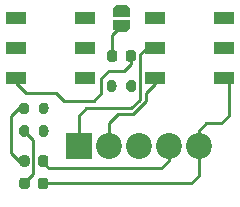
<source format=gbr>
%TF.GenerationSoftware,KiCad,Pcbnew,(5.1.10-1-10_14)*%
%TF.CreationDate,2022-04-02T19:32:47-06:00*%
%TF.ProjectId,RPiG3iMacJ20,52506947-3369-44d6-9163-4a32302e6b69,rev?*%
%TF.SameCoordinates,Original*%
%TF.FileFunction,Copper,L1,Top*%
%TF.FilePolarity,Positive*%
%FSLAX46Y46*%
G04 Gerber Fmt 4.6, Leading zero omitted, Abs format (unit mm)*
G04 Created by KiCad (PCBNEW (5.1.10-1-10_14)) date 2022-04-02 19:32:47*
%MOMM*%
%LPD*%
G01*
G04 APERTURE LIST*
%TA.AperFunction,ComponentPad*%
%ADD10R,2.200000X2.200000*%
%TD*%
%TA.AperFunction,ComponentPad*%
%ADD11C,2.200000*%
%TD*%
%TA.AperFunction,SMDPad,CuDef*%
%ADD12C,0.100000*%
%TD*%
%TA.AperFunction,SMDPad,CuDef*%
%ADD13R,1.780000X1.020000*%
%TD*%
%TA.AperFunction,ViaPad*%
%ADD14C,0.800000*%
%TD*%
%TA.AperFunction,Conductor*%
%ADD15C,0.250000*%
%TD*%
G04 APERTURE END LIST*
%TO.P,D1,1*%
%TO.N,Net-(D1-Pad1)*%
%TA.AperFunction,SMDPad,CuDef*%
G36*
G01*
X128750000Y-88521250D02*
X128750000Y-88008750D01*
G75*
G02*
X128968750Y-87790000I218750J0D01*
G01*
X129406250Y-87790000D01*
G75*
G02*
X129625000Y-88008750I0J-218750D01*
G01*
X129625000Y-88521250D01*
G75*
G02*
X129406250Y-88740000I-218750J0D01*
G01*
X128968750Y-88740000D01*
G75*
G02*
X128750000Y-88521250I0J218750D01*
G01*
G37*
%TD.AperFunction*%
%TO.P,D1,2*%
%TO.N,+5V*%
%TA.AperFunction,SMDPad,CuDef*%
G36*
G01*
X130325000Y-88521250D02*
X130325000Y-88008750D01*
G75*
G02*
X130543750Y-87790000I218750J0D01*
G01*
X130981250Y-87790000D01*
G75*
G02*
X131200000Y-88008750I0J-218750D01*
G01*
X131200000Y-88521250D01*
G75*
G02*
X130981250Y-88740000I-218750J0D01*
G01*
X130543750Y-88740000D01*
G75*
G02*
X130325000Y-88521250I0J218750D01*
G01*
G37*
%TD.AperFunction*%
%TD*%
D10*
%TO.P,J3,1*%
%TO.N,Net-(J2-Pad3)*%
X126365000Y-95885000D03*
D11*
%TO.P,J3,2*%
%TO.N,Net-(J2-Pad5)*%
X128905000Y-95885000D03*
%TO.P,J3,3*%
%TO.N,GND*%
X131445000Y-95885000D03*
%TO.P,J3,4*%
%TO.N,Net-(D2-Pad2)*%
X133985000Y-95885000D03*
%TO.P,J3,5*%
%TO.N,Net-(D3-Pad2)*%
X136525000Y-95885000D03*
%TD*%
%TO.P,D2,2*%
%TO.N,Net-(D2-Pad2)*%
%TA.AperFunction,SMDPad,CuDef*%
G36*
G01*
X122905000Y-97411250D02*
X122905000Y-96898750D01*
G75*
G02*
X123123750Y-96680000I218750J0D01*
G01*
X123561250Y-96680000D01*
G75*
G02*
X123780000Y-96898750I0J-218750D01*
G01*
X123780000Y-97411250D01*
G75*
G02*
X123561250Y-97630000I-218750J0D01*
G01*
X123123750Y-97630000D01*
G75*
G02*
X122905000Y-97411250I0J218750D01*
G01*
G37*
%TD.AperFunction*%
%TO.P,D2,1*%
%TO.N,Net-(D2-Pad1)*%
%TA.AperFunction,SMDPad,CuDef*%
G36*
G01*
X121330000Y-97411250D02*
X121330000Y-96898750D01*
G75*
G02*
X121548750Y-96680000I218750J0D01*
G01*
X121986250Y-96680000D01*
G75*
G02*
X122205000Y-96898750I0J-218750D01*
G01*
X122205000Y-97411250D01*
G75*
G02*
X121986250Y-97630000I-218750J0D01*
G01*
X121548750Y-97630000D01*
G75*
G02*
X121330000Y-97411250I0J218750D01*
G01*
G37*
%TD.AperFunction*%
%TD*%
%TO.P,D3,1*%
%TO.N,Net-(D3-Pad1)*%
%TA.AperFunction,SMDPad,CuDef*%
G36*
G01*
X121330000Y-99316250D02*
X121330000Y-98803750D01*
G75*
G02*
X121548750Y-98585000I218750J0D01*
G01*
X121986250Y-98585000D01*
G75*
G02*
X122205000Y-98803750I0J-218750D01*
G01*
X122205000Y-99316250D01*
G75*
G02*
X121986250Y-99535000I-218750J0D01*
G01*
X121548750Y-99535000D01*
G75*
G02*
X121330000Y-99316250I0J218750D01*
G01*
G37*
%TD.AperFunction*%
%TO.P,D3,2*%
%TO.N,Net-(D3-Pad2)*%
%TA.AperFunction,SMDPad,CuDef*%
G36*
G01*
X122905000Y-99316250D02*
X122905000Y-98803750D01*
G75*
G02*
X123123750Y-98585000I218750J0D01*
G01*
X123561250Y-98585000D01*
G75*
G02*
X123780000Y-98803750I0J-218750D01*
G01*
X123780000Y-99316250D01*
G75*
G02*
X123561250Y-99535000I-218750J0D01*
G01*
X123123750Y-99535000D01*
G75*
G02*
X122905000Y-99316250I0J218750D01*
G01*
G37*
%TD.AperFunction*%
%TD*%
%TO.P,R1,1*%
%TO.N,Net-(JP1-Pad2)*%
%TA.AperFunction,SMDPad,CuDef*%
G36*
G01*
X128750000Y-91080000D02*
X128750000Y-90530000D01*
G75*
G02*
X128950000Y-90330000I200000J0D01*
G01*
X129350000Y-90330000D01*
G75*
G02*
X129550000Y-90530000I0J-200000D01*
G01*
X129550000Y-91080000D01*
G75*
G02*
X129350000Y-91280000I-200000J0D01*
G01*
X128950000Y-91280000D01*
G75*
G02*
X128750000Y-91080000I0J200000D01*
G01*
G37*
%TD.AperFunction*%
%TO.P,R1,2*%
%TO.N,GND*%
%TA.AperFunction,SMDPad,CuDef*%
G36*
G01*
X130400000Y-91080000D02*
X130400000Y-90530000D01*
G75*
G02*
X130600000Y-90330000I200000J0D01*
G01*
X131000000Y-90330000D01*
G75*
G02*
X131200000Y-90530000I0J-200000D01*
G01*
X131200000Y-91080000D01*
G75*
G02*
X131000000Y-91280000I-200000J0D01*
G01*
X130600000Y-91280000D01*
G75*
G02*
X130400000Y-91080000I0J200000D01*
G01*
G37*
%TD.AperFunction*%
%TD*%
%TO.P,R2,2*%
%TO.N,GND*%
%TA.AperFunction,SMDPad,CuDef*%
G36*
G01*
X122980000Y-92985000D02*
X122980000Y-92435000D01*
G75*
G02*
X123180000Y-92235000I200000J0D01*
G01*
X123580000Y-92235000D01*
G75*
G02*
X123780000Y-92435000I0J-200000D01*
G01*
X123780000Y-92985000D01*
G75*
G02*
X123580000Y-93185000I-200000J0D01*
G01*
X123180000Y-93185000D01*
G75*
G02*
X122980000Y-92985000I0J200000D01*
G01*
G37*
%TD.AperFunction*%
%TO.P,R2,1*%
%TO.N,Net-(D2-Pad1)*%
%TA.AperFunction,SMDPad,CuDef*%
G36*
G01*
X121330000Y-92985000D02*
X121330000Y-92435000D01*
G75*
G02*
X121530000Y-92235000I200000J0D01*
G01*
X121930000Y-92235000D01*
G75*
G02*
X122130000Y-92435000I0J-200000D01*
G01*
X122130000Y-92985000D01*
G75*
G02*
X121930000Y-93185000I-200000J0D01*
G01*
X121530000Y-93185000D01*
G75*
G02*
X121330000Y-92985000I0J200000D01*
G01*
G37*
%TD.AperFunction*%
%TD*%
%TO.P,R3,1*%
%TO.N,Net-(D3-Pad1)*%
%TA.AperFunction,SMDPad,CuDef*%
G36*
G01*
X121330000Y-94890000D02*
X121330000Y-94340000D01*
G75*
G02*
X121530000Y-94140000I200000J0D01*
G01*
X121930000Y-94140000D01*
G75*
G02*
X122130000Y-94340000I0J-200000D01*
G01*
X122130000Y-94890000D01*
G75*
G02*
X121930000Y-95090000I-200000J0D01*
G01*
X121530000Y-95090000D01*
G75*
G02*
X121330000Y-94890000I0J200000D01*
G01*
G37*
%TD.AperFunction*%
%TO.P,R3,2*%
%TO.N,GND*%
%TA.AperFunction,SMDPad,CuDef*%
G36*
G01*
X122980000Y-94890000D02*
X122980000Y-94340000D01*
G75*
G02*
X123180000Y-94140000I200000J0D01*
G01*
X123580000Y-94140000D01*
G75*
G02*
X123780000Y-94340000I0J-200000D01*
G01*
X123780000Y-94890000D01*
G75*
G02*
X123580000Y-95090000I-200000J0D01*
G01*
X123180000Y-95090000D01*
G75*
G02*
X122980000Y-94890000I0J200000D01*
G01*
G37*
%TD.AperFunction*%
%TD*%
%TA.AperFunction,SMDPad,CuDef*%
D12*
%TO.P,JP1,1*%
%TO.N,Net-(D1-Pad1)*%
G36*
X130725000Y-85240000D02*
G01*
X130725000Y-85740000D01*
X130724398Y-85740000D01*
X130724398Y-85764534D01*
X130719588Y-85813365D01*
X130710016Y-85861490D01*
X130695772Y-85908445D01*
X130676995Y-85953778D01*
X130653864Y-85997051D01*
X130626604Y-86037850D01*
X130595476Y-86075779D01*
X130560779Y-86110476D01*
X130522850Y-86141604D01*
X130482051Y-86168864D01*
X130438778Y-86191995D01*
X130393445Y-86210772D01*
X130346490Y-86225016D01*
X130298365Y-86234588D01*
X130249534Y-86239398D01*
X130225000Y-86239398D01*
X130225000Y-86240000D01*
X129725000Y-86240000D01*
X129725000Y-86239398D01*
X129700466Y-86239398D01*
X129651635Y-86234588D01*
X129603510Y-86225016D01*
X129556555Y-86210772D01*
X129511222Y-86191995D01*
X129467949Y-86168864D01*
X129427150Y-86141604D01*
X129389221Y-86110476D01*
X129354524Y-86075779D01*
X129323396Y-86037850D01*
X129296136Y-85997051D01*
X129273005Y-85953778D01*
X129254228Y-85908445D01*
X129239984Y-85861490D01*
X129230412Y-85813365D01*
X129225602Y-85764534D01*
X129225602Y-85740000D01*
X129225000Y-85740000D01*
X129225000Y-85240000D01*
X130725000Y-85240000D01*
G37*
%TD.AperFunction*%
%TA.AperFunction,SMDPad,CuDef*%
%TO.P,JP1,2*%
%TO.N,Net-(JP1-Pad2)*%
G36*
X129225602Y-84440000D02*
G01*
X129225602Y-84415466D01*
X129230412Y-84366635D01*
X129239984Y-84318510D01*
X129254228Y-84271555D01*
X129273005Y-84226222D01*
X129296136Y-84182949D01*
X129323396Y-84142150D01*
X129354524Y-84104221D01*
X129389221Y-84069524D01*
X129427150Y-84038396D01*
X129467949Y-84011136D01*
X129511222Y-83988005D01*
X129556555Y-83969228D01*
X129603510Y-83954984D01*
X129651635Y-83945412D01*
X129700466Y-83940602D01*
X129725000Y-83940602D01*
X129725000Y-83940000D01*
X130225000Y-83940000D01*
X130225000Y-83940602D01*
X130249534Y-83940602D01*
X130298365Y-83945412D01*
X130346490Y-83954984D01*
X130393445Y-83969228D01*
X130438778Y-83988005D01*
X130482051Y-84011136D01*
X130522850Y-84038396D01*
X130560779Y-84069524D01*
X130595476Y-84104221D01*
X130626604Y-84142150D01*
X130653864Y-84182949D01*
X130676995Y-84226222D01*
X130695772Y-84271555D01*
X130710016Y-84318510D01*
X130719588Y-84366635D01*
X130724398Y-84415466D01*
X130724398Y-84440000D01*
X130725000Y-84440000D01*
X130725000Y-84940000D01*
X129225000Y-84940000D01*
X129225000Y-84440000D01*
X129225602Y-84440000D01*
G37*
%TD.AperFunction*%
%TD*%
D13*
%TO.P,J1,1*%
%TO.N,GND*%
X121070000Y-85090000D03*
%TO.P,J1,3*%
%TO.N,Net-(J1-Pad3)*%
X121070000Y-87630000D03*
%TO.P,J1,5*%
%TO.N,+5V*%
X121070000Y-90170000D03*
%TO.P,J1,2*%
%TO.N,Net-(J1-Pad2)*%
X126890000Y-85090000D03*
%TO.P,J1,4*%
%TO.N,Net-(J1-Pad4)*%
X126890000Y-87630000D03*
%TO.P,J1,6*%
%TO.N,Net-(J1-Pad6)*%
X126890000Y-90170000D03*
%TD*%
%TO.P,J2,6*%
%TO.N,Net-(D3-Pad2)*%
X138677000Y-90170000D03*
%TO.P,J2,4*%
%TO.N,Net-(D2-Pad2)*%
X138677000Y-87630000D03*
%TO.P,J2,2*%
%TO.N,Net-(J2-Pad2)*%
X138677000Y-85090000D03*
%TO.P,J2,5*%
%TO.N,Net-(J2-Pad5)*%
X132857000Y-90170000D03*
%TO.P,J2,3*%
%TO.N,Net-(J2-Pad3)*%
X132857000Y-87630000D03*
%TO.P,J2,1*%
%TO.N,Net-(J2-Pad1)*%
X132857000Y-85090000D03*
%TD*%
D14*
%TO.N,GND*%
X120650000Y-85090000D03*
X130800000Y-90805000D03*
X123380000Y-94615000D03*
X123380000Y-92710000D03*
%TO.N,Net-(D2-Pad2)*%
X138677000Y-87630000D03*
%TO.N,Net-(JP1-Pad2)*%
X129150000Y-90805000D03*
X129975000Y-84440000D03*
%TD*%
D15*
%TO.N,Net-(D1-Pad1)*%
X129225000Y-88227500D02*
X129187500Y-88265000D01*
X129187500Y-86527500D02*
X129975000Y-85740000D01*
X129187500Y-88265000D02*
X129187500Y-86527500D01*
%TO.N,+5V*%
X121070000Y-90590000D02*
X121070000Y-90170000D01*
X124460000Y-91440000D02*
X121920000Y-91440000D01*
X121920000Y-91440000D02*
X121070000Y-90590000D01*
X127635000Y-92075000D02*
X125095000Y-92075000D01*
X128270000Y-91440000D02*
X127635000Y-92075000D01*
X128270000Y-90170000D02*
X128270000Y-91440000D01*
X125095000Y-92075000D02*
X124460000Y-91440000D01*
X128905000Y-89535000D02*
X128270000Y-90170000D01*
X130175000Y-89535000D02*
X128905000Y-89535000D01*
X130762500Y-88947500D02*
X130175000Y-89535000D01*
X130762500Y-88265000D02*
X130762500Y-88947500D01*
%TO.N,Net-(J1-Pad4)*%
X126890000Y-87630000D02*
X127000000Y-87630000D01*
%TO.N,Net-(D2-Pad2)*%
X123342500Y-97155000D02*
X123342500Y-97307500D01*
X123342500Y-97307500D02*
X123825000Y-97790000D01*
X123825000Y-97790000D02*
X133350000Y-97790000D01*
X133985000Y-97155000D02*
X133985000Y-95885000D01*
X133350000Y-97790000D02*
X133985000Y-97155000D01*
%TO.N,Net-(D2-Pad1)*%
X121730000Y-92710000D02*
X121285000Y-92710000D01*
X121285000Y-92710000D02*
X120650000Y-93345000D01*
X120650000Y-93345000D02*
X120650000Y-96520000D01*
X121285000Y-97155000D02*
X121767500Y-97155000D01*
X120650000Y-96520000D02*
X121285000Y-97155000D01*
%TO.N,Net-(D3-Pad1)*%
X122530010Y-95415010D02*
X121730000Y-94615000D01*
X122530010Y-98297490D02*
X122530010Y-95415010D01*
X121767500Y-99060000D02*
X122530010Y-98297490D01*
%TO.N,Net-(D3-Pad2)*%
X136790000Y-95620000D02*
X136525000Y-95885000D01*
X138677000Y-90170000D02*
X139065000Y-90170000D01*
X139065000Y-93345000D02*
X138430000Y-93980000D01*
X138430000Y-93980000D02*
X137160000Y-93980000D01*
X137160000Y-93980000D02*
X136525000Y-94615000D01*
X136525000Y-94615000D02*
X136525000Y-95885000D01*
X135890000Y-99060000D02*
X123342500Y-99060000D01*
X136525000Y-98425000D02*
X135890000Y-99060000D01*
X136525000Y-95885000D02*
X136525000Y-98425000D01*
%TO.N,GND*%
X121070000Y-85090000D02*
X120650000Y-85090000D01*
%TO.N,Net-(D2-Pad2)*%
X138677000Y-87630000D02*
X138340000Y-87630000D01*
%TO.N,Net-(D3-Pad2)*%
X139065000Y-90558000D02*
X138677000Y-90170000D01*
X139065000Y-93345000D02*
X139065000Y-90558000D01*
%TO.N,Net-(J2-Pad5)*%
X132080000Y-91440000D02*
X132857000Y-90663000D01*
X132080000Y-92076410D02*
X132080000Y-91440000D01*
X128905000Y-95885000D02*
X128905000Y-93980000D01*
X130996400Y-93160010D02*
X132080000Y-92076410D01*
X132857000Y-90663000D02*
X132857000Y-90170000D01*
X129724990Y-93160010D02*
X130996400Y-93160010D01*
X128905000Y-93980000D02*
X129724990Y-93160010D01*
%TO.N,Net-(J2-Pad3)*%
X126365000Y-93345000D02*
X126365000Y-95885000D01*
X130810000Y-92710000D02*
X127000000Y-92710000D01*
X131525010Y-91994990D02*
X130810000Y-92710000D01*
X132080000Y-87630000D02*
X131525010Y-88184990D01*
X127000000Y-92710000D02*
X126365000Y-93345000D01*
X131525010Y-88184990D02*
X131525010Y-91994990D01*
X132857000Y-87630000D02*
X132080000Y-87630000D01*
%TD*%
M02*

</source>
